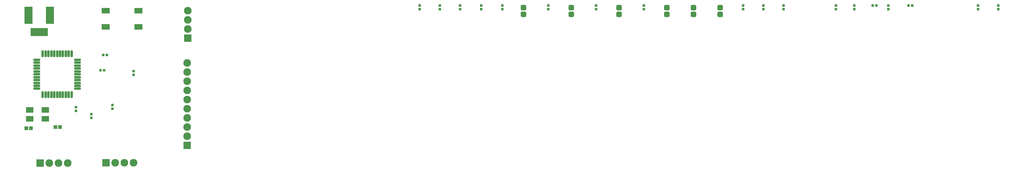
<source format=gts>
G04 Layer_Color=8388736*
%FSLAX24Y24*%
%MOIN*%
G70*
G01*
G75*
%ADD35R,0.0316X0.0277*%
%ADD36O,0.0277X0.0769*%
%ADD37O,0.0769X0.0277*%
G04:AMPARAMS|DCode=38|XSize=58mil|YSize=58mil|CornerRadius=10.3mil|HoleSize=0mil|Usage=FLASHONLY|Rotation=90.000|XOffset=0mil|YOffset=0mil|HoleType=Round|Shape=RoundedRectangle|*
%AMROUNDEDRECTD38*
21,1,0.0580,0.0375,0,0,90.0*
21,1,0.0375,0.0580,0,0,90.0*
1,1,0.0205,0.0188,0.0188*
1,1,0.0205,0.0188,-0.0188*
1,1,0.0205,-0.0188,-0.0188*
1,1,0.0205,-0.0188,0.0188*
%
%ADD38ROUNDEDRECTD38*%
%ADD39R,0.0907X0.0631*%
%ADD40R,0.0395X0.0434*%
%ADD41R,0.0277X0.0316*%
%ADD42R,0.0789X0.0631*%
%ADD43R,0.0867X0.1852*%
%ADD44R,0.1852X0.0867*%
%ADD45C,0.0830*%
%ADD46R,0.0830X0.0830*%
%ADD47R,0.0830X0.0830*%
D35*
X116350Y28703D02*
D03*
Y29097D02*
D03*
X114150Y28703D02*
D03*
Y29097D02*
D03*
X104400Y28703D02*
D03*
Y29097D02*
D03*
X100700Y28703D02*
D03*
Y29097D02*
D03*
X98700Y28703D02*
D03*
Y29097D02*
D03*
X93000Y28703D02*
D03*
Y29097D02*
D03*
X90800Y28703D02*
D03*
Y29097D02*
D03*
X88600Y28703D02*
D03*
Y29097D02*
D03*
X55600Y28703D02*
D03*
Y29097D02*
D03*
X53400Y28703D02*
D03*
Y29097D02*
D03*
X22250Y21550D02*
D03*
Y21944D02*
D03*
X19950Y17850D02*
D03*
Y18244D02*
D03*
X17650Y16853D02*
D03*
Y17247D02*
D03*
X16000Y17600D02*
D03*
Y17994D02*
D03*
X77800Y28703D02*
D03*
Y29097D02*
D03*
X72600Y28703D02*
D03*
Y29097D02*
D03*
X67400Y28703D02*
D03*
Y29097D02*
D03*
X62400Y28703D02*
D03*
Y29097D02*
D03*
X60100Y28703D02*
D03*
Y29097D02*
D03*
X57800Y28703D02*
D03*
Y29097D02*
D03*
D36*
X12375Y23824D02*
D03*
X12690D02*
D03*
X13005D02*
D03*
X13320D02*
D03*
X13635D02*
D03*
X13950D02*
D03*
X14265D02*
D03*
X14580D02*
D03*
X14895D02*
D03*
X15210D02*
D03*
X15525D02*
D03*
Y19376D02*
D03*
X15210D02*
D03*
X14895D02*
D03*
X14580D02*
D03*
X14265D02*
D03*
X13950D02*
D03*
X13635D02*
D03*
X13320D02*
D03*
X13005D02*
D03*
X12690D02*
D03*
X12375D02*
D03*
D37*
X16174Y23175D02*
D03*
Y22860D02*
D03*
Y22545D02*
D03*
Y22230D02*
D03*
Y21915D02*
D03*
Y21600D02*
D03*
Y21285D02*
D03*
Y20970D02*
D03*
Y20655D02*
D03*
Y20340D02*
D03*
Y20025D02*
D03*
X11726D02*
D03*
Y20340D02*
D03*
Y20655D02*
D03*
Y20970D02*
D03*
Y21285D02*
D03*
Y21600D02*
D03*
Y21915D02*
D03*
Y22230D02*
D03*
Y22545D02*
D03*
Y22860D02*
D03*
Y23175D02*
D03*
D38*
X86100Y28125D02*
D03*
Y28875D02*
D03*
X83200Y28125D02*
D03*
Y28875D02*
D03*
X80300Y28125D02*
D03*
Y28875D02*
D03*
X75100Y28125D02*
D03*
Y28875D02*
D03*
X69900Y28125D02*
D03*
Y28875D02*
D03*
X64700Y28125D02*
D03*
Y28875D02*
D03*
D39*
X22800Y26778D02*
D03*
Y28550D02*
D03*
X19217Y26778D02*
D03*
Y28550D02*
D03*
D40*
X10600Y15700D02*
D03*
X11112D02*
D03*
X13750Y15850D02*
D03*
X14262D02*
D03*
D41*
X18956Y23700D02*
D03*
X19350D02*
D03*
X18656Y22050D02*
D03*
X19050D02*
D03*
X106603Y29100D02*
D03*
X106997D02*
D03*
X102703D02*
D03*
X103097D02*
D03*
D42*
X10950Y17695D02*
D03*
X12682Y16750D02*
D03*
X10950D02*
D03*
X12682Y17695D02*
D03*
D43*
X10819Y28050D02*
D03*
X13181D02*
D03*
D44*
X12000Y26200D02*
D03*
D45*
X28150Y27550D02*
D03*
Y26550D02*
D03*
Y28550D02*
D03*
X21250Y11950D02*
D03*
X20250D02*
D03*
X22250D02*
D03*
X14100Y11900D02*
D03*
X13100D02*
D03*
X15100D02*
D03*
X28100Y22850D02*
D03*
Y15850D02*
D03*
Y18850D02*
D03*
Y14850D02*
D03*
Y20850D02*
D03*
Y19850D02*
D03*
Y16850D02*
D03*
Y17850D02*
D03*
Y21850D02*
D03*
D46*
X28150Y25550D02*
D03*
X28100Y13850D02*
D03*
D47*
X19250Y11950D02*
D03*
X12100Y11900D02*
D03*
M02*

</source>
